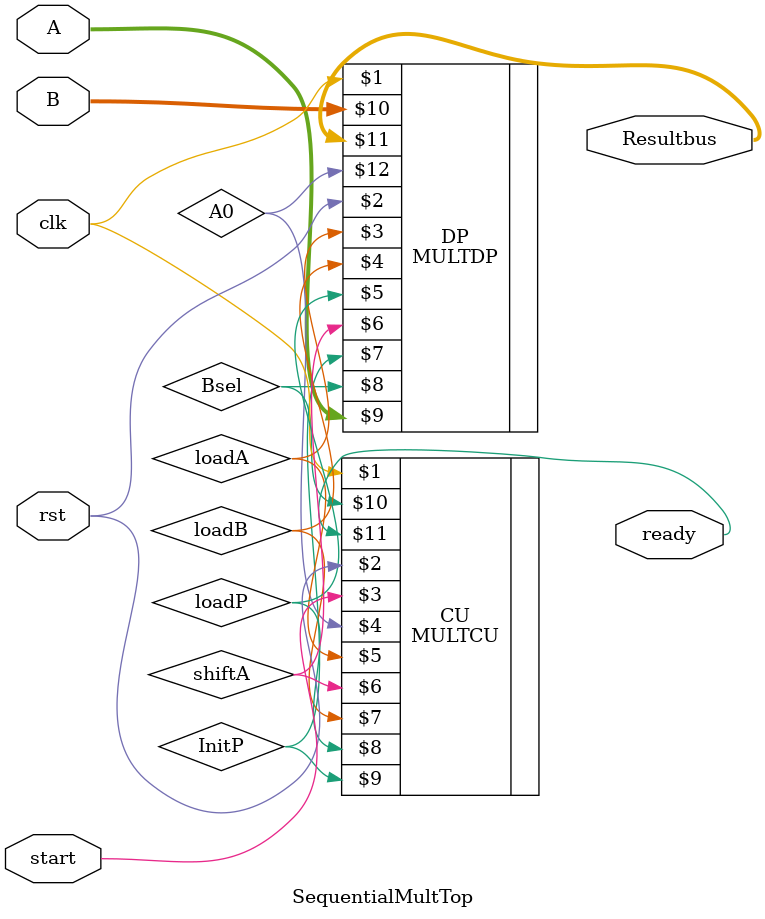
<source format=v>
`timescale 1ns/1ns
module SequentialMultTop(input clk,rst,start,input [23:0] A,B,output[47:0] Resultbus,output ready);
wire A0;
wire loadA,shiftA,loadB,loadP,InitP,Bsel;
  MULTDP DP(clk,rst,loadA,loadB,loadP,shiftA,InitP,Bsel,A,B,Resultbus,A0);
  MULTCU CU(clk,rst,start,A0,loadA,shiftA,loadB,loadP,InitP,Bsel,ready);
endmodule
</source>
